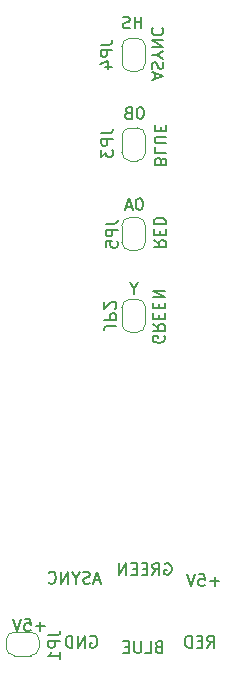
<source format=gbr>
G04 #@! TF.GenerationSoftware,KiCad,Pcbnew,5.1.5+dfsg1-2build2*
G04 #@! TF.CreationDate,2022-03-13T21:18:42-04:00*
G04 #@! TF.ProjectId,vdg_breakout,7664675f-6272-4656-916b-6f75742e6b69,rev?*
G04 #@! TF.SameCoordinates,Original*
G04 #@! TF.FileFunction,Legend,Bot*
G04 #@! TF.FilePolarity,Positive*
%FSLAX46Y46*%
G04 Gerber Fmt 4.6, Leading zero omitted, Abs format (unit mm)*
G04 Created by KiCad (PCBNEW 5.1.5+dfsg1-2build2) date 2022-03-13 21:18:42*
%MOMM*%
%LPD*%
G04 APERTURE LIST*
%ADD10C,0.150000*%
%ADD11C,0.120000*%
G04 APERTURE END LIST*
D10*
X135350000Y-92416666D02*
X135397619Y-92511904D01*
X135397619Y-92654761D01*
X135350000Y-92797619D01*
X135254761Y-92892857D01*
X135159523Y-92940476D01*
X134969047Y-92988095D01*
X134826190Y-92988095D01*
X134635714Y-92940476D01*
X134540476Y-92892857D01*
X134445238Y-92797619D01*
X134397619Y-92654761D01*
X134397619Y-92559523D01*
X134445238Y-92416666D01*
X134492857Y-92369047D01*
X134826190Y-92369047D01*
X134826190Y-92559523D01*
X134397619Y-91369047D02*
X134873809Y-91702380D01*
X134397619Y-91940476D02*
X135397619Y-91940476D01*
X135397619Y-91559523D01*
X135350000Y-91464285D01*
X135302380Y-91416666D01*
X135207142Y-91369047D01*
X135064285Y-91369047D01*
X134969047Y-91416666D01*
X134921428Y-91464285D01*
X134873809Y-91559523D01*
X134873809Y-91940476D01*
X134921428Y-90940476D02*
X134921428Y-90607142D01*
X134397619Y-90464285D02*
X134397619Y-90940476D01*
X135397619Y-90940476D01*
X135397619Y-90464285D01*
X134921428Y-90035714D02*
X134921428Y-89702380D01*
X134397619Y-89559523D02*
X134397619Y-90035714D01*
X135397619Y-90035714D01*
X135397619Y-89559523D01*
X134397619Y-89130952D02*
X135397619Y-89130952D01*
X134397619Y-88559523D01*
X135397619Y-88559523D01*
X134472619Y-84267857D02*
X134948809Y-84601190D01*
X134472619Y-84839285D02*
X135472619Y-84839285D01*
X135472619Y-84458333D01*
X135425000Y-84363095D01*
X135377380Y-84315476D01*
X135282142Y-84267857D01*
X135139285Y-84267857D01*
X135044047Y-84315476D01*
X134996428Y-84363095D01*
X134948809Y-84458333D01*
X134948809Y-84839285D01*
X134996428Y-83839285D02*
X134996428Y-83505952D01*
X134472619Y-83363095D02*
X134472619Y-83839285D01*
X135472619Y-83839285D01*
X135472619Y-83363095D01*
X134472619Y-82934523D02*
X135472619Y-82934523D01*
X135472619Y-82696428D01*
X135425000Y-82553571D01*
X135329761Y-82458333D01*
X135234523Y-82410714D01*
X135044047Y-82363095D01*
X134901190Y-82363095D01*
X134710714Y-82410714D01*
X134615476Y-82458333D01*
X134520238Y-82553571D01*
X134472619Y-82696428D01*
X134472619Y-82934523D01*
X135071428Y-77559523D02*
X135023809Y-77416666D01*
X134976190Y-77369047D01*
X134880952Y-77321428D01*
X134738095Y-77321428D01*
X134642857Y-77369047D01*
X134595238Y-77416666D01*
X134547619Y-77511904D01*
X134547619Y-77892857D01*
X135547619Y-77892857D01*
X135547619Y-77559523D01*
X135500000Y-77464285D01*
X135452380Y-77416666D01*
X135357142Y-77369047D01*
X135261904Y-77369047D01*
X135166666Y-77416666D01*
X135119047Y-77464285D01*
X135071428Y-77559523D01*
X135071428Y-77892857D01*
X134547619Y-76416666D02*
X134547619Y-76892857D01*
X135547619Y-76892857D01*
X135547619Y-76083333D02*
X134738095Y-76083333D01*
X134642857Y-76035714D01*
X134595238Y-75988095D01*
X134547619Y-75892857D01*
X134547619Y-75702380D01*
X134595238Y-75607142D01*
X134642857Y-75559523D01*
X134738095Y-75511904D01*
X135547619Y-75511904D01*
X135071428Y-75035714D02*
X135071428Y-74702380D01*
X134547619Y-74559523D02*
X134547619Y-75035714D01*
X135547619Y-75035714D01*
X135547619Y-74559523D01*
X134583333Y-70641666D02*
X134583333Y-70165476D01*
X134297619Y-70736904D02*
X135297619Y-70403571D01*
X134297619Y-70070238D01*
X134345238Y-69784523D02*
X134297619Y-69641666D01*
X134297619Y-69403571D01*
X134345238Y-69308333D01*
X134392857Y-69260714D01*
X134488095Y-69213095D01*
X134583333Y-69213095D01*
X134678571Y-69260714D01*
X134726190Y-69308333D01*
X134773809Y-69403571D01*
X134821428Y-69594047D01*
X134869047Y-69689285D01*
X134916666Y-69736904D01*
X135011904Y-69784523D01*
X135107142Y-69784523D01*
X135202380Y-69736904D01*
X135250000Y-69689285D01*
X135297619Y-69594047D01*
X135297619Y-69355952D01*
X135250000Y-69213095D01*
X134773809Y-68594047D02*
X134297619Y-68594047D01*
X135297619Y-68927380D02*
X134773809Y-68594047D01*
X135297619Y-68260714D01*
X134297619Y-67927380D02*
X135297619Y-67927380D01*
X134297619Y-67355952D01*
X135297619Y-67355952D01*
X134392857Y-66308333D02*
X134345238Y-66355952D01*
X134297619Y-66498809D01*
X134297619Y-66594047D01*
X134345238Y-66736904D01*
X134440476Y-66832142D01*
X134535714Y-66879761D01*
X134726190Y-66927380D01*
X134869047Y-66927380D01*
X135059523Y-66879761D01*
X135154761Y-66832142D01*
X135250000Y-66736904D01*
X135297619Y-66594047D01*
X135297619Y-66498809D01*
X135250000Y-66355952D01*
X135202380Y-66308333D01*
X129111904Y-117825000D02*
X129207142Y-117777380D01*
X129350000Y-117777380D01*
X129492857Y-117825000D01*
X129588095Y-117920238D01*
X129635714Y-118015476D01*
X129683333Y-118205952D01*
X129683333Y-118348809D01*
X129635714Y-118539285D01*
X129588095Y-118634523D01*
X129492857Y-118729761D01*
X129350000Y-118777380D01*
X129254761Y-118777380D01*
X129111904Y-118729761D01*
X129064285Y-118682142D01*
X129064285Y-118348809D01*
X129254761Y-118348809D01*
X128635714Y-118777380D02*
X128635714Y-117777380D01*
X128064285Y-118777380D01*
X128064285Y-117777380D01*
X127588095Y-118777380D02*
X127588095Y-117777380D01*
X127350000Y-117777380D01*
X127207142Y-117825000D01*
X127111904Y-117920238D01*
X127064285Y-118015476D01*
X127016666Y-118205952D01*
X127016666Y-118348809D01*
X127064285Y-118539285D01*
X127111904Y-118634523D01*
X127207142Y-118729761D01*
X127350000Y-118777380D01*
X127588095Y-118777380D01*
X134884523Y-118703571D02*
X134741666Y-118751190D01*
X134694047Y-118798809D01*
X134646428Y-118894047D01*
X134646428Y-119036904D01*
X134694047Y-119132142D01*
X134741666Y-119179761D01*
X134836904Y-119227380D01*
X135217857Y-119227380D01*
X135217857Y-118227380D01*
X134884523Y-118227380D01*
X134789285Y-118275000D01*
X134741666Y-118322619D01*
X134694047Y-118417857D01*
X134694047Y-118513095D01*
X134741666Y-118608333D01*
X134789285Y-118655952D01*
X134884523Y-118703571D01*
X135217857Y-118703571D01*
X133741666Y-119227380D02*
X134217857Y-119227380D01*
X134217857Y-118227380D01*
X133408333Y-118227380D02*
X133408333Y-119036904D01*
X133360714Y-119132142D01*
X133313095Y-119179761D01*
X133217857Y-119227380D01*
X133027380Y-119227380D01*
X132932142Y-119179761D01*
X132884523Y-119132142D01*
X132836904Y-119036904D01*
X132836904Y-118227380D01*
X132360714Y-118703571D02*
X132027380Y-118703571D01*
X131884523Y-119227380D02*
X132360714Y-119227380D01*
X132360714Y-118227380D01*
X131884523Y-118227380D01*
X139017857Y-118777380D02*
X139351190Y-118301190D01*
X139589285Y-118777380D02*
X139589285Y-117777380D01*
X139208333Y-117777380D01*
X139113095Y-117825000D01*
X139065476Y-117872619D01*
X139017857Y-117967857D01*
X139017857Y-118110714D01*
X139065476Y-118205952D01*
X139113095Y-118253571D01*
X139208333Y-118301190D01*
X139589285Y-118301190D01*
X138589285Y-118253571D02*
X138255952Y-118253571D01*
X138113095Y-118777380D02*
X138589285Y-118777380D01*
X138589285Y-117777380D01*
X138113095Y-117777380D01*
X137684523Y-118777380D02*
X137684523Y-117777380D01*
X137446428Y-117777380D01*
X137303571Y-117825000D01*
X137208333Y-117920238D01*
X137160714Y-118015476D01*
X137113095Y-118205952D01*
X137113095Y-118348809D01*
X137160714Y-118539285D01*
X137208333Y-118634523D01*
X137303571Y-118729761D01*
X137446428Y-118777380D01*
X137684523Y-118777380D01*
X129916666Y-113066666D02*
X129440476Y-113066666D01*
X130011904Y-113352380D02*
X129678571Y-112352380D01*
X129345238Y-113352380D01*
X129059523Y-113304761D02*
X128916666Y-113352380D01*
X128678571Y-113352380D01*
X128583333Y-113304761D01*
X128535714Y-113257142D01*
X128488095Y-113161904D01*
X128488095Y-113066666D01*
X128535714Y-112971428D01*
X128583333Y-112923809D01*
X128678571Y-112876190D01*
X128869047Y-112828571D01*
X128964285Y-112780952D01*
X129011904Y-112733333D01*
X129059523Y-112638095D01*
X129059523Y-112542857D01*
X129011904Y-112447619D01*
X128964285Y-112400000D01*
X128869047Y-112352380D01*
X128630952Y-112352380D01*
X128488095Y-112400000D01*
X127869047Y-112876190D02*
X127869047Y-113352380D01*
X128202380Y-112352380D02*
X127869047Y-112876190D01*
X127535714Y-112352380D01*
X127202380Y-113352380D02*
X127202380Y-112352380D01*
X126630952Y-113352380D01*
X126630952Y-112352380D01*
X125583333Y-113257142D02*
X125630952Y-113304761D01*
X125773809Y-113352380D01*
X125869047Y-113352380D01*
X126011904Y-113304761D01*
X126107142Y-113209523D01*
X126154761Y-113114285D01*
X126202380Y-112923809D01*
X126202380Y-112780952D01*
X126154761Y-112590476D01*
X126107142Y-112495238D01*
X126011904Y-112400000D01*
X125869047Y-112352380D01*
X125773809Y-112352380D01*
X125630952Y-112400000D01*
X125583333Y-112447619D01*
X135416666Y-111675000D02*
X135511904Y-111627380D01*
X135654761Y-111627380D01*
X135797619Y-111675000D01*
X135892857Y-111770238D01*
X135940476Y-111865476D01*
X135988095Y-112055952D01*
X135988095Y-112198809D01*
X135940476Y-112389285D01*
X135892857Y-112484523D01*
X135797619Y-112579761D01*
X135654761Y-112627380D01*
X135559523Y-112627380D01*
X135416666Y-112579761D01*
X135369047Y-112532142D01*
X135369047Y-112198809D01*
X135559523Y-112198809D01*
X134369047Y-112627380D02*
X134702380Y-112151190D01*
X134940476Y-112627380D02*
X134940476Y-111627380D01*
X134559523Y-111627380D01*
X134464285Y-111675000D01*
X134416666Y-111722619D01*
X134369047Y-111817857D01*
X134369047Y-111960714D01*
X134416666Y-112055952D01*
X134464285Y-112103571D01*
X134559523Y-112151190D01*
X134940476Y-112151190D01*
X133940476Y-112103571D02*
X133607142Y-112103571D01*
X133464285Y-112627380D02*
X133940476Y-112627380D01*
X133940476Y-111627380D01*
X133464285Y-111627380D01*
X133035714Y-112103571D02*
X132702380Y-112103571D01*
X132559523Y-112627380D02*
X133035714Y-112627380D01*
X133035714Y-111627380D01*
X132559523Y-111627380D01*
X132130952Y-112627380D02*
X132130952Y-111627380D01*
X131559523Y-112627380D01*
X131559523Y-111627380D01*
X140010714Y-113171428D02*
X139248809Y-113171428D01*
X139629761Y-113552380D02*
X139629761Y-112790476D01*
X138296428Y-112552380D02*
X138772619Y-112552380D01*
X138820238Y-113028571D01*
X138772619Y-112980952D01*
X138677380Y-112933333D01*
X138439285Y-112933333D01*
X138344047Y-112980952D01*
X138296428Y-113028571D01*
X138248809Y-113123809D01*
X138248809Y-113361904D01*
X138296428Y-113457142D01*
X138344047Y-113504761D01*
X138439285Y-113552380D01*
X138677380Y-113552380D01*
X138772619Y-113504761D01*
X138820238Y-113457142D01*
X137963095Y-112552380D02*
X137629761Y-113552380D01*
X137296428Y-112552380D01*
X125260714Y-116971428D02*
X124498809Y-116971428D01*
X124879761Y-117352380D02*
X124879761Y-116590476D01*
X123546428Y-116352380D02*
X124022619Y-116352380D01*
X124070238Y-116828571D01*
X124022619Y-116780952D01*
X123927380Y-116733333D01*
X123689285Y-116733333D01*
X123594047Y-116780952D01*
X123546428Y-116828571D01*
X123498809Y-116923809D01*
X123498809Y-117161904D01*
X123546428Y-117257142D01*
X123594047Y-117304761D01*
X123689285Y-117352380D01*
X123927380Y-117352380D01*
X124022619Y-117304761D01*
X124070238Y-117257142D01*
X123213095Y-116352380D02*
X122879761Y-117352380D01*
X122546428Y-116352380D01*
X132825000Y-88376190D02*
X132825000Y-88852380D01*
X133158333Y-87852380D02*
X132825000Y-88376190D01*
X132491666Y-87852380D01*
X133301190Y-80727380D02*
X133205952Y-80727380D01*
X133110714Y-80775000D01*
X133063095Y-80822619D01*
X133015476Y-80917857D01*
X132967857Y-81108333D01*
X132967857Y-81346428D01*
X133015476Y-81536904D01*
X133063095Y-81632142D01*
X133110714Y-81679761D01*
X133205952Y-81727380D01*
X133301190Y-81727380D01*
X133396428Y-81679761D01*
X133444047Y-81632142D01*
X133491666Y-81536904D01*
X133539285Y-81346428D01*
X133539285Y-81108333D01*
X133491666Y-80917857D01*
X133444047Y-80822619D01*
X133396428Y-80775000D01*
X133301190Y-80727380D01*
X132586904Y-81441666D02*
X132110714Y-81441666D01*
X132682142Y-81727380D02*
X132348809Y-80727380D01*
X132015476Y-81727380D01*
X133372619Y-73002380D02*
X133277380Y-73002380D01*
X133182142Y-73050000D01*
X133134523Y-73097619D01*
X133086904Y-73192857D01*
X133039285Y-73383333D01*
X133039285Y-73621428D01*
X133086904Y-73811904D01*
X133134523Y-73907142D01*
X133182142Y-73954761D01*
X133277380Y-74002380D01*
X133372619Y-74002380D01*
X133467857Y-73954761D01*
X133515476Y-73907142D01*
X133563095Y-73811904D01*
X133610714Y-73621428D01*
X133610714Y-73383333D01*
X133563095Y-73192857D01*
X133515476Y-73097619D01*
X133467857Y-73050000D01*
X133372619Y-73002380D01*
X132277380Y-73478571D02*
X132134523Y-73526190D01*
X132086904Y-73573809D01*
X132039285Y-73669047D01*
X132039285Y-73811904D01*
X132086904Y-73907142D01*
X132134523Y-73954761D01*
X132229761Y-74002380D01*
X132610714Y-74002380D01*
X132610714Y-73002380D01*
X132277380Y-73002380D01*
X132182142Y-73050000D01*
X132134523Y-73097619D01*
X132086904Y-73192857D01*
X132086904Y-73288095D01*
X132134523Y-73383333D01*
X132182142Y-73430952D01*
X132277380Y-73478571D01*
X132610714Y-73478571D01*
X133436904Y-66352380D02*
X133436904Y-65352380D01*
X133436904Y-65828571D02*
X132865476Y-65828571D01*
X132865476Y-66352380D02*
X132865476Y-65352380D01*
X132436904Y-66304761D02*
X132294047Y-66352380D01*
X132055952Y-66352380D01*
X131960714Y-66304761D01*
X131913095Y-66257142D01*
X131865476Y-66161904D01*
X131865476Y-66066666D01*
X131913095Y-65971428D01*
X131960714Y-65923809D01*
X132055952Y-65876190D01*
X132246428Y-65828571D01*
X132341666Y-65780952D01*
X132389285Y-65733333D01*
X132436904Y-65638095D01*
X132436904Y-65542857D01*
X132389285Y-65447619D01*
X132341666Y-65400000D01*
X132246428Y-65352380D01*
X132008333Y-65352380D01*
X131865476Y-65400000D01*
D11*
X122675000Y-117450000D02*
G75*
G03X121975000Y-118150000I0J-700000D01*
G01*
X121975000Y-118750000D02*
G75*
G03X122675000Y-119450000I700000J0D01*
G01*
X124075000Y-119450000D02*
G75*
G03X124775000Y-118750000I0J700000D01*
G01*
X124775000Y-118150000D02*
G75*
G03X124075000Y-117450000I-700000J0D01*
G01*
X124775000Y-118750000D02*
X124775000Y-118150000D01*
X122675000Y-119450000D02*
X124075000Y-119450000D01*
X121975000Y-118150000D02*
X121975000Y-118750000D01*
X124075000Y-117450000D02*
X122675000Y-117450000D01*
X133775000Y-91375000D02*
X133775000Y-89975000D01*
X133075000Y-89275000D02*
X132475000Y-89275000D01*
X131775000Y-89975000D02*
X131775000Y-91375000D01*
X132475000Y-92075000D02*
X133075000Y-92075000D01*
X133075000Y-92075000D02*
G75*
G03X133775000Y-91375000I0J700000D01*
G01*
X131775000Y-91375000D02*
G75*
G03X132475000Y-92075000I700000J0D01*
G01*
X132475000Y-89275000D02*
G75*
G03X131775000Y-89975000I0J-700000D01*
G01*
X133775000Y-89975000D02*
G75*
G03X133075000Y-89275000I-700000J0D01*
G01*
X133775000Y-75462500D02*
G75*
G03X133075000Y-74762500I-700000J0D01*
G01*
X132475000Y-74762500D02*
G75*
G03X131775000Y-75462500I0J-700000D01*
G01*
X131775000Y-76862500D02*
G75*
G03X132475000Y-77562500I700000J0D01*
G01*
X133075000Y-77562500D02*
G75*
G03X133775000Y-76862500I0J700000D01*
G01*
X132475000Y-77562500D02*
X133075000Y-77562500D01*
X131775000Y-75462500D02*
X131775000Y-76862500D01*
X133075000Y-74762500D02*
X132475000Y-74762500D01*
X133775000Y-76862500D02*
X133775000Y-75462500D01*
X133775000Y-67875000D02*
G75*
G03X133075000Y-67175000I-700000J0D01*
G01*
X132475000Y-67175000D02*
G75*
G03X131775000Y-67875000I0J-700000D01*
G01*
X131775000Y-69275000D02*
G75*
G03X132475000Y-69975000I700000J0D01*
G01*
X133075000Y-69975000D02*
G75*
G03X133775000Y-69275000I0J700000D01*
G01*
X132475000Y-69975000D02*
X133075000Y-69975000D01*
X131775000Y-67875000D02*
X131775000Y-69275000D01*
X133075000Y-67175000D02*
X132475000Y-67175000D01*
X133775000Y-69275000D02*
X133775000Y-67875000D01*
X131775000Y-83050000D02*
X131775000Y-84450000D01*
X132475000Y-85150000D02*
X133075000Y-85150000D01*
X133775000Y-84450000D02*
X133775000Y-83050000D01*
X133075000Y-82350000D02*
X132475000Y-82350000D01*
X132475000Y-82350000D02*
G75*
G03X131775000Y-83050000I0J-700000D01*
G01*
X133775000Y-83050000D02*
G75*
G03X133075000Y-82350000I-700000J0D01*
G01*
X133075000Y-85150000D02*
G75*
G03X133775000Y-84450000I0J700000D01*
G01*
X131775000Y-84450000D02*
G75*
G03X132475000Y-85150000I700000J0D01*
G01*
D10*
X125552380Y-117741666D02*
X126266666Y-117741666D01*
X126409523Y-117694047D01*
X126504761Y-117598809D01*
X126552380Y-117455952D01*
X126552380Y-117360714D01*
X126552380Y-118217857D02*
X125552380Y-118217857D01*
X125552380Y-118598809D01*
X125600000Y-118694047D01*
X125647619Y-118741666D01*
X125742857Y-118789285D01*
X125885714Y-118789285D01*
X125980952Y-118741666D01*
X126028571Y-118694047D01*
X126076190Y-118598809D01*
X126076190Y-118217857D01*
X126552380Y-119741666D02*
X126552380Y-119170238D01*
X126552380Y-119455952D02*
X125552380Y-119455952D01*
X125695238Y-119360714D01*
X125790476Y-119265476D01*
X125838095Y-119170238D01*
X131297619Y-91508333D02*
X130583333Y-91508333D01*
X130440476Y-91555952D01*
X130345238Y-91651190D01*
X130297619Y-91794047D01*
X130297619Y-91889285D01*
X130297619Y-91032142D02*
X131297619Y-91032142D01*
X131297619Y-90651190D01*
X131250000Y-90555952D01*
X131202380Y-90508333D01*
X131107142Y-90460714D01*
X130964285Y-90460714D01*
X130869047Y-90508333D01*
X130821428Y-90555952D01*
X130773809Y-90651190D01*
X130773809Y-91032142D01*
X131202380Y-90079761D02*
X131250000Y-90032142D01*
X131297619Y-89936904D01*
X131297619Y-89698809D01*
X131250000Y-89603571D01*
X131202380Y-89555952D01*
X131107142Y-89508333D01*
X131011904Y-89508333D01*
X130869047Y-89555952D01*
X130297619Y-90127380D01*
X130297619Y-89508333D01*
X130027380Y-75229166D02*
X130741666Y-75229166D01*
X130884523Y-75181547D01*
X130979761Y-75086309D01*
X131027380Y-74943452D01*
X131027380Y-74848214D01*
X131027380Y-75705357D02*
X130027380Y-75705357D01*
X130027380Y-76086309D01*
X130075000Y-76181547D01*
X130122619Y-76229166D01*
X130217857Y-76276785D01*
X130360714Y-76276785D01*
X130455952Y-76229166D01*
X130503571Y-76181547D01*
X130551190Y-76086309D01*
X130551190Y-75705357D01*
X130027380Y-76610119D02*
X130027380Y-77229166D01*
X130408333Y-76895833D01*
X130408333Y-77038690D01*
X130455952Y-77133928D01*
X130503571Y-77181547D01*
X130598809Y-77229166D01*
X130836904Y-77229166D01*
X130932142Y-77181547D01*
X130979761Y-77133928D01*
X131027380Y-77038690D01*
X131027380Y-76752976D01*
X130979761Y-76657738D01*
X130932142Y-76610119D01*
X129977380Y-67716666D02*
X130691666Y-67716666D01*
X130834523Y-67669047D01*
X130929761Y-67573809D01*
X130977380Y-67430952D01*
X130977380Y-67335714D01*
X130977380Y-68192857D02*
X129977380Y-68192857D01*
X129977380Y-68573809D01*
X130025000Y-68669047D01*
X130072619Y-68716666D01*
X130167857Y-68764285D01*
X130310714Y-68764285D01*
X130405952Y-68716666D01*
X130453571Y-68669047D01*
X130501190Y-68573809D01*
X130501190Y-68192857D01*
X130310714Y-69621428D02*
X130977380Y-69621428D01*
X129929761Y-69383333D02*
X130644047Y-69145238D01*
X130644047Y-69764285D01*
X130427380Y-82916666D02*
X131141666Y-82916666D01*
X131284523Y-82869047D01*
X131379761Y-82773809D01*
X131427380Y-82630952D01*
X131427380Y-82535714D01*
X131427380Y-83392857D02*
X130427380Y-83392857D01*
X130427380Y-83773809D01*
X130475000Y-83869047D01*
X130522619Y-83916666D01*
X130617857Y-83964285D01*
X130760714Y-83964285D01*
X130855952Y-83916666D01*
X130903571Y-83869047D01*
X130951190Y-83773809D01*
X130951190Y-83392857D01*
X130427380Y-84869047D02*
X130427380Y-84392857D01*
X130903571Y-84345238D01*
X130855952Y-84392857D01*
X130808333Y-84488095D01*
X130808333Y-84726190D01*
X130855952Y-84821428D01*
X130903571Y-84869047D01*
X130998809Y-84916666D01*
X131236904Y-84916666D01*
X131332142Y-84869047D01*
X131379761Y-84821428D01*
X131427380Y-84726190D01*
X131427380Y-84488095D01*
X131379761Y-84392857D01*
X131332142Y-84345238D01*
M02*

</source>
